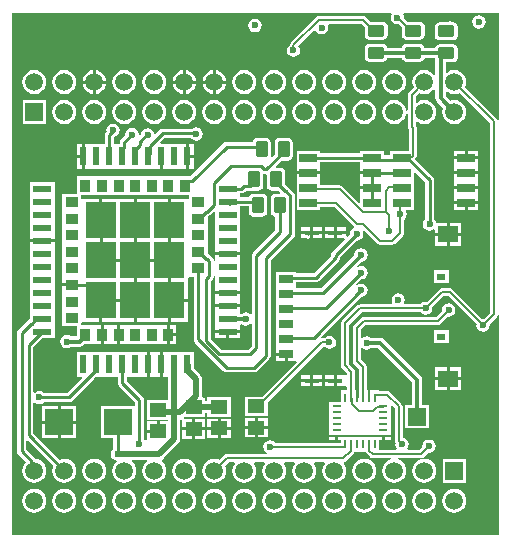
<source format=gbl>
G04*
G04 #@! TF.GenerationSoftware,Altium Limited,Altium Designer,22.0.2 (36)*
G04*
G04 Layer_Physical_Order=4*
G04 Layer_Color=16711680*
%FSLAX25Y25*%
%MOIN*%
G70*
G04*
G04 #@! TF.SameCoordinates,E5DF6677-F1A3-40F0-8D4B-31E310C81F74*
G04*
G04*
G04 #@! TF.FilePolarity,Positive*
G04*
G01*
G75*
%ADD12C,0.01000*%
%ADD16R,0.05709X0.04528*%
%ADD25C,0.00600*%
%ADD27C,0.01373*%
%ADD28C,0.05906*%
%ADD29R,0.05906X0.05906*%
%ADD30R,0.05906X0.05906*%
%ADD31C,0.01968*%
%ADD32C,0.02362*%
G04:AMPARAMS|DCode=34|XSize=39.37mil|YSize=55.91mil|CornerRadius=4.92mil|HoleSize=0mil|Usage=FLASHONLY|Rotation=90.000|XOffset=0mil|YOffset=0mil|HoleType=Round|Shape=RoundedRectangle|*
%AMROUNDEDRECTD34*
21,1,0.03937,0.04606,0,0,90.0*
21,1,0.02953,0.05591,0,0,90.0*
1,1,0.00984,0.02303,0.01476*
1,1,0.00984,0.02303,-0.01476*
1,1,0.00984,-0.02303,-0.01476*
1,1,0.00984,-0.02303,0.01476*
%
%ADD34ROUNDEDRECTD34*%
%ADD35R,0.03150X0.02126*%
%ADD36R,0.05118X0.01772*%
%ADD37R,0.06693X0.05512*%
%ADD38R,0.04528X0.02559*%
%ADD39R,0.10236X0.12205*%
%ADD40R,0.03543X0.04331*%
%ADD41R,0.04331X0.03543*%
%ADD42R,0.02362X0.06299*%
%ADD43R,0.06299X0.02362*%
%ADD44R,0.01024X0.03110*%
%ADD45R,0.03110X0.01024*%
G04:AMPARAMS|DCode=46|XSize=39.37mil|YSize=55.91mil|CornerRadius=4.92mil|HoleSize=0mil|Usage=FLASHONLY|Rotation=0.000|XOffset=0mil|YOffset=0mil|HoleType=Round|Shape=RoundedRectangle|*
%AMROUNDEDRECTD46*
21,1,0.03937,0.04606,0,0,0.0*
21,1,0.02953,0.05591,0,0,0.0*
1,1,0.00984,0.01476,-0.02303*
1,1,0.00984,-0.01476,-0.02303*
1,1,0.00984,-0.01476,0.02303*
1,1,0.00984,0.01476,0.02303*
%
%ADD46ROUNDEDRECTD46*%
%ADD47R,0.09331X0.08780*%
%ADD48R,0.05906X0.02559*%
%ADD49C,0.02000*%
G36*
X163825Y139741D02*
X163325Y139692D01*
X163284Y139896D01*
X162997Y140326D01*
X152523Y150800D01*
X152800Y151468D01*
X152936Y152500D01*
X152800Y153532D01*
X152401Y154493D01*
X151768Y155319D01*
X150942Y155953D01*
X149981Y156351D01*
X148949Y156487D01*
X147917Y156351D01*
X146955Y155953D01*
X146529Y155626D01*
X146029Y155872D01*
Y159030D01*
X148563D01*
X149145Y159146D01*
X149639Y159475D01*
X149969Y159969D01*
X150084Y160551D01*
Y163504D01*
X149969Y164086D01*
X149639Y164580D01*
X149145Y164910D01*
X148563Y165025D01*
X143957D01*
X143375Y164910D01*
X142881Y164580D01*
X142551Y164086D01*
X142507Y163865D01*
X139036D01*
X138945Y164322D01*
X138615Y164816D01*
X138122Y165146D01*
X137539Y165261D01*
X132933D01*
X132351Y165146D01*
X131857Y164816D01*
X131527Y164322D01*
X131437Y163865D01*
X126634D01*
X126543Y164322D01*
X126214Y164816D01*
X125720Y165146D01*
X125138Y165261D01*
X120531D01*
X119949Y165146D01*
X119456Y164816D01*
X119126Y164322D01*
X119010Y163740D01*
Y160787D01*
X119126Y160205D01*
X119456Y159712D01*
X119949Y159382D01*
X120531Y159266D01*
X125138D01*
X125720Y159382D01*
X126214Y159712D01*
X126543Y160205D01*
X126587Y160426D01*
X131484D01*
X131527Y160205D01*
X131857Y159712D01*
X132351Y159382D01*
X132933Y159266D01*
X137539D01*
X138122Y159382D01*
X138615Y159712D01*
X138945Y160205D01*
X138989Y160426D01*
X142460D01*
X142551Y159969D01*
X142590Y159911D01*
Y155069D01*
X142090Y154900D01*
X141768Y155319D01*
X140942Y155953D01*
X139981Y156351D01*
X138949Y156487D01*
X137917Y156351D01*
X136955Y155953D01*
X136130Y155319D01*
X135496Y154493D01*
X135098Y153532D01*
X134962Y152500D01*
X135098Y151468D01*
X135374Y150800D01*
X133759Y149185D01*
X133472Y148755D01*
X133371Y148247D01*
Y143027D01*
X132871Y142994D01*
X132800Y143532D01*
X132402Y144493D01*
X131768Y145319D01*
X130942Y145953D01*
X129981Y146351D01*
X128949Y146487D01*
X127917Y146351D01*
X126955Y145953D01*
X126130Y145319D01*
X125496Y144493D01*
X125098Y143532D01*
X124962Y142500D01*
X125098Y141468D01*
X125496Y140507D01*
X126130Y139681D01*
X126955Y139047D01*
X127917Y138649D01*
X128949Y138513D01*
X129981Y138649D01*
X130942Y139047D01*
X131768Y139681D01*
X132402Y140507D01*
X132800Y141468D01*
X132871Y142006D01*
X133371Y141973D01*
Y137523D01*
X133472Y137016D01*
X133675Y136712D01*
Y129477D01*
X127603D01*
Y128126D01*
X125508D01*
Y129563D01*
X117602D01*
Y128813D01*
X104248D01*
Y129563D01*
X96342D01*
Y125063D01*
X96342Y125004D01*
Y124563D01*
X96342Y124504D01*
Y122784D01*
X100295D01*
X104248D01*
Y124504D01*
X104248Y124563D01*
Y125004D01*
X104248Y125063D01*
Y125754D01*
X117602D01*
Y125004D01*
X117602D01*
Y124563D01*
X117602D01*
Y122784D01*
X121555D01*
Y121783D01*
X117602D01*
Y120004D01*
X117602D01*
Y119563D01*
X117602D01*
Y117783D01*
X121555D01*
Y116783D01*
X117602D01*
Y115004D01*
X117602D01*
Y114563D01*
X117602D01*
Y112398D01*
X117140Y112207D01*
X111717Y117630D01*
X111287Y117918D01*
X110780Y118018D01*
X104248D01*
Y119504D01*
X104248Y119563D01*
Y120004D01*
X104248Y120063D01*
Y121783D01*
X100295D01*
X96342D01*
Y120063D01*
X96342Y120004D01*
Y119563D01*
X96342Y119504D01*
Y115004D01*
X96342D01*
Y114563D01*
X96342D01*
Y110004D01*
X104248D01*
Y110958D01*
X108920D01*
X115500Y104378D01*
X115545Y104347D01*
X115488Y103826D01*
X114766Y103344D01*
X114284Y102623D01*
X114115Y101772D01*
X114125Y101721D01*
X113319Y100915D01*
X112819Y101122D01*
Y101835D01*
X109760D01*
Y100449D01*
X112146D01*
X112353Y99949D01*
X108286Y95882D01*
X107955Y95386D01*
X107838Y94801D01*
Y94647D01*
X102024Y88832D01*
X96106D01*
Y89083D01*
X89579D01*
Y84583D01*
X89579Y84524D01*
Y84083D01*
X89579Y84024D01*
Y79583D01*
X89579Y79524D01*
Y79083D01*
X89579Y79024D01*
Y74583D01*
X89579Y74524D01*
Y74083D01*
X89579Y74024D01*
Y69583D01*
X89579Y69524D01*
Y69083D01*
X89579Y69024D01*
Y64583D01*
X89579Y64524D01*
Y64083D01*
X89579Y64024D01*
Y62303D01*
X92843D01*
Y61803D01*
X93343D01*
Y59524D01*
X96017D01*
X96307Y59107D01*
X84854Y47654D01*
X79020D01*
Y41126D01*
X86728D01*
Y45779D01*
X105116Y64166D01*
X105711Y64175D01*
X106432Y63693D01*
X107283Y63524D01*
X108134Y63693D01*
X108856Y64175D01*
X109338Y64897D01*
X109507Y65748D01*
X109338Y66599D01*
X108856Y67321D01*
X108134Y67803D01*
X107283Y67972D01*
X106432Y67803D01*
X105711Y67321D01*
X105599Y67153D01*
X104902D01*
X104902Y67153D01*
X104856Y67144D01*
X104610Y67605D01*
X117863Y80857D01*
X117913Y80847D01*
X118764Y81016D01*
X119486Y81498D01*
X119968Y82220D01*
X120137Y83071D01*
X119968Y83922D01*
X119486Y84643D01*
X118764Y85125D01*
X117913Y85295D01*
X117062Y85125D01*
X116396Y84680D01*
X116077Y85069D01*
X117799Y86790D01*
X117850Y86780D01*
X118701Y86949D01*
X119422Y87432D01*
X119904Y88153D01*
X120074Y89004D01*
X119904Y89855D01*
X119422Y90576D01*
X118701Y91058D01*
X117850Y91228D01*
X116999Y91058D01*
X116762Y90900D01*
X116443Y91288D01*
X117764Y92610D01*
X117815Y92600D01*
X118666Y92769D01*
X119387Y93251D01*
X119869Y93972D01*
X120039Y94823D01*
X119869Y95674D01*
X119387Y96396D01*
X118666Y96878D01*
X117815Y97047D01*
X116964Y96878D01*
X116243Y96396D01*
X115760Y95674D01*
X115591Y94823D01*
X115601Y94773D01*
X104661Y83833D01*
X96527D01*
X96106Y84083D01*
Y84524D01*
X96106Y84583D01*
Y85774D01*
X102657D01*
X103243Y85890D01*
X103739Y86222D01*
X110449Y92932D01*
X110781Y93428D01*
X110897Y94013D01*
Y94167D01*
X116288Y99558D01*
X116339Y99548D01*
X117190Y99717D01*
X117911Y100199D01*
X118393Y100921D01*
X118562Y101772D01*
X118393Y102623D01*
X118343Y102697D01*
X118732Y103016D01*
X123079Y98669D01*
X123509Y98382D01*
X124016Y98281D01*
X128150D01*
X128657Y98382D01*
X129087Y98669D01*
X131744Y101327D01*
X132032Y101757D01*
X132133Y102264D01*
Y106629D01*
X132380Y106794D01*
X132862Y107515D01*
X133031Y108366D01*
X132862Y109217D01*
X132688Y109477D01*
X132923Y109918D01*
X135509D01*
Y114477D01*
X135509D01*
Y114918D01*
X135509D01*
Y119477D01*
X135509D01*
Y119918D01*
X135509D01*
Y122029D01*
X135971Y122221D01*
X139127Y119064D01*
Y106725D01*
X139084Y106696D01*
X138602Y105974D01*
X138433Y105123D01*
X138602Y104272D01*
X139084Y103551D01*
X139805Y103069D01*
X140656Y102899D01*
X141507Y103069D01*
X142051Y103432D01*
X142551Y103201D01*
Y102185D01*
X146398D01*
Y105441D01*
X142817D01*
X142711Y105974D01*
X142229Y106696D01*
X142186Y106725D01*
Y119698D01*
X142069Y120283D01*
X141738Y120779D01*
X135731Y126786D01*
X135937Y126993D01*
X136225Y127423D01*
X136326Y127930D01*
Y137219D01*
X136225Y137726D01*
X136021Y138030D01*
Y139134D01*
X136521Y139380D01*
X136955Y139047D01*
X137917Y138649D01*
X138949Y138513D01*
X139981Y138649D01*
X140942Y139047D01*
X141768Y139681D01*
X142402Y140507D01*
X142800Y141468D01*
X142936Y142500D01*
X142800Y143532D01*
X142402Y144493D01*
X141768Y145319D01*
X140942Y145953D01*
X139981Y146351D01*
X138949Y146487D01*
X137917Y146351D01*
X136955Y145953D01*
X136521Y145620D01*
X136021Y145866D01*
Y147698D01*
X137249Y148926D01*
X137917Y148649D01*
X138949Y148513D01*
X139981Y148649D01*
X140942Y149047D01*
X141768Y149681D01*
X142090Y150101D01*
X142590Y149931D01*
Y147139D01*
X142590Y147139D01*
X142721Y146481D01*
X143094Y145923D01*
X145211Y143806D01*
X145098Y143532D01*
X144962Y142500D01*
X145098Y141468D01*
X145496Y140507D01*
X146130Y139681D01*
X146955Y139047D01*
X147917Y138649D01*
X148949Y138513D01*
X149981Y138649D01*
X150942Y139047D01*
X151768Y139681D01*
X152401Y140507D01*
X152800Y141468D01*
X152936Y142500D01*
X152800Y143532D01*
X152401Y144493D01*
X151768Y145319D01*
X150942Y145953D01*
X149981Y146351D01*
X148949Y146487D01*
X147917Y146351D01*
X147643Y146238D01*
X146029Y147852D01*
Y149128D01*
X146529Y149374D01*
X146955Y149047D01*
X147917Y148649D01*
X148949Y148513D01*
X149981Y148649D01*
X150649Y148926D01*
X160734Y138840D01*
Y75609D01*
X158791Y73666D01*
X158500Y73724D01*
X158209Y73666D01*
X148555Y83319D01*
X148125Y83606D01*
X147618Y83707D01*
X144673D01*
X144166Y83606D01*
X143736Y83319D01*
X139696Y79279D01*
X139404Y79337D01*
X138553Y79167D01*
X137832Y78685D01*
X137667Y78438D01*
X132445D01*
X132209Y78879D01*
X132271Y78972D01*
X132440Y79823D01*
X132271Y80674D01*
X131789Y81395D01*
X131068Y81877D01*
X130217Y82047D01*
X129366Y81877D01*
X128644Y81395D01*
X128162Y80674D01*
X127993Y79823D01*
X128162Y78972D01*
X128224Y78879D01*
X127988Y78438D01*
X117566D01*
X117058Y78337D01*
X116628Y78050D01*
X111563Y72984D01*
X111275Y72554D01*
X111174Y72047D01*
Y58664D01*
X111076Y58169D01*
X111177Y57662D01*
X111464Y57232D01*
X113198Y55498D01*
X113145Y54995D01*
X112819Y54850D01*
X112741Y54850D01*
X109760D01*
Y52965D01*
Y51079D01*
X112741D01*
X112819Y51079D01*
X113242Y50892D01*
Y49779D01*
X111087D01*
Y45902D01*
X107209D01*
Y40909D01*
Y36972D01*
Y35004D01*
X109764D01*
Y34547D01*
X110264D01*
Y33035D01*
X111087D01*
Y32215D01*
X89237D01*
X89073Y32462D01*
X88351Y32944D01*
X87500Y33114D01*
X86649Y32944D01*
X85927Y32462D01*
X85445Y31741D01*
X85276Y30890D01*
X85445Y30039D01*
X85927Y29317D01*
X86450Y28968D01*
X86299Y28468D01*
X73202D01*
X72694Y28367D01*
X72264Y28080D01*
X70649Y26464D01*
X69981Y26741D01*
X68949Y26877D01*
X67917Y26741D01*
X66955Y26342D01*
X66130Y25709D01*
X65496Y24883D01*
X65098Y23922D01*
X64962Y22890D01*
X65098Y21858D01*
X65496Y20896D01*
X66130Y20071D01*
X66955Y19437D01*
X67917Y19039D01*
X68949Y18903D01*
X69981Y19039D01*
X70942Y19437D01*
X71768Y20071D01*
X72401Y20896D01*
X72800Y21858D01*
X72936Y22890D01*
X72800Y23922D01*
X72523Y24590D01*
X73751Y25817D01*
X75582D01*
X75829Y25317D01*
X75496Y24883D01*
X75098Y23922D01*
X74962Y22890D01*
X75098Y21858D01*
X75496Y20896D01*
X76130Y20071D01*
X76955Y19437D01*
X77917Y19039D01*
X78949Y18903D01*
X79981Y19039D01*
X80942Y19437D01*
X81768Y20071D01*
X82402Y20896D01*
X82800Y21858D01*
X82936Y22890D01*
X82800Y23922D01*
X82402Y24883D01*
X82069Y25317D01*
X82315Y25817D01*
X85582D01*
X85829Y25317D01*
X85496Y24883D01*
X85098Y23922D01*
X84962Y22890D01*
X85098Y21858D01*
X85496Y20896D01*
X86130Y20071D01*
X86955Y19437D01*
X87917Y19039D01*
X88949Y18903D01*
X89981Y19039D01*
X90942Y19437D01*
X91768Y20071D01*
X92401Y20896D01*
X92800Y21858D01*
X92936Y22890D01*
X92800Y23922D01*
X92401Y24883D01*
X92069Y25317D01*
X92315Y25817D01*
X95582D01*
X95829Y25317D01*
X95496Y24883D01*
X95098Y23922D01*
X94962Y22890D01*
X95098Y21858D01*
X95496Y20896D01*
X96130Y20071D01*
X96955Y19437D01*
X97917Y19039D01*
X98949Y18903D01*
X99981Y19039D01*
X100942Y19437D01*
X101768Y20071D01*
X102401Y20896D01*
X102800Y21858D01*
X102936Y22890D01*
X102800Y23922D01*
X102401Y24883D01*
X102069Y25317D01*
X102315Y25817D01*
X105582D01*
X105829Y25317D01*
X105496Y24883D01*
X105098Y23922D01*
X104962Y22890D01*
X105098Y21858D01*
X105496Y20896D01*
X106130Y20071D01*
X106955Y19437D01*
X107917Y19039D01*
X108949Y18903D01*
X109981Y19039D01*
X110942Y19437D01*
X111768Y20071D01*
X112401Y20896D01*
X112800Y21858D01*
X112936Y22890D01*
X112800Y23922D01*
X112401Y24883D01*
X112057Y25332D01*
X112265Y25883D01*
X112441Y25918D01*
X112871Y26205D01*
X115348Y28682D01*
X115635Y29112D01*
X115644Y29158D01*
X119395D01*
X119405Y29112D01*
X119692Y28682D01*
X120768Y27606D01*
X121198Y27319D01*
X121705Y27218D01*
X127819D01*
X127917Y26741D01*
X126955Y26342D01*
X126130Y25709D01*
X125496Y24883D01*
X125098Y23922D01*
X124962Y22890D01*
X125098Y21858D01*
X125496Y20896D01*
X126130Y20071D01*
X126955Y19437D01*
X127917Y19039D01*
X128949Y18903D01*
X129981Y19039D01*
X130942Y19437D01*
X131768Y20071D01*
X132402Y20896D01*
X132800Y21858D01*
X132936Y22890D01*
X132800Y23922D01*
X132402Y24883D01*
X131768Y25709D01*
X130942Y26342D01*
X129981Y26741D01*
X130078Y27218D01*
X137762D01*
X137819Y27218D01*
X137917Y26741D01*
X137844Y26711D01*
X136955Y26342D01*
X136130Y25709D01*
X135496Y24883D01*
X135098Y23922D01*
X134962Y22890D01*
X135098Y21858D01*
X135496Y20896D01*
X136130Y20071D01*
X136955Y19437D01*
X137917Y19039D01*
X138949Y18903D01*
X139981Y19039D01*
X140942Y19437D01*
X141768Y20071D01*
X142402Y20896D01*
X142800Y21858D01*
X142936Y22890D01*
X142800Y23922D01*
X142402Y24883D01*
X141768Y25709D01*
X140942Y26342D01*
X139981Y26741D01*
X138949Y26877D01*
X138400Y26804D01*
X138335Y26796D01*
X138253Y27289D01*
X138401Y27319D01*
X138831Y27606D01*
X140161Y28936D01*
X140453Y28879D01*
X141304Y29048D01*
X142025Y29530D01*
X142507Y30251D01*
X142677Y31102D01*
X142507Y31953D01*
X142025Y32675D01*
X141304Y33157D01*
X140453Y33326D01*
X139602Y33157D01*
X138880Y32675D01*
X138398Y31953D01*
X138229Y31102D01*
X138287Y30811D01*
X137345Y29869D01*
X133416D01*
X133180Y30369D01*
X133538Y30906D01*
X133707Y31756D01*
X133538Y32607D01*
X133056Y33329D01*
X132335Y33811D01*
X131640Y33949D01*
Y44390D01*
X131539Y44897D01*
X131252Y45327D01*
X127515Y49064D01*
X127085Y49351D01*
X126578Y49452D01*
X123953D01*
Y49779D01*
X120929D01*
Y47224D01*
X120016D01*
Y49779D01*
X119829D01*
Y57396D01*
X119729Y57903D01*
X119441Y58333D01*
X117762Y60012D01*
Y63818D01*
X118263Y63944D01*
X118932Y63497D01*
X119783Y63327D01*
X120634Y63497D01*
X121136Y63832D01*
X123402D01*
X134780Y52453D01*
Y44953D01*
X132547D01*
Y37047D01*
X140453D01*
Y44953D01*
X138220D01*
Y53165D01*
X138089Y53823D01*
X137716Y54381D01*
X137716Y54381D01*
X125330Y66767D01*
X124772Y67140D01*
X124114Y67271D01*
X124114Y67271D01*
X121136D01*
X120634Y67606D01*
X119783Y67775D01*
X118932Y67606D01*
X118263Y67158D01*
X117762Y67284D01*
Y70033D01*
X119239Y71509D01*
X143335D01*
X143842Y71610D01*
X144272Y71897D01*
X146709Y74334D01*
X147000Y74276D01*
X147851Y74445D01*
X148573Y74928D01*
X149055Y75649D01*
X149224Y76500D01*
X149055Y77351D01*
X148573Y78073D01*
X147851Y78554D01*
X147000Y78724D01*
X146149Y78554D01*
X145428Y78073D01*
X144946Y77351D01*
X144776Y76500D01*
X144834Y76209D01*
X142786Y74160D01*
X118690D01*
X118183Y74059D01*
X117753Y73772D01*
X115500Y71519D01*
X115212Y71089D01*
X115111Y70582D01*
Y59463D01*
X115212Y58956D01*
X115500Y58526D01*
X117178Y56847D01*
Y49779D01*
X116992D01*
Y47224D01*
X116079D01*
Y49779D01*
X115892D01*
Y56004D01*
X115791Y56511D01*
X115504Y56941D01*
X113826Y58620D01*
Y71498D01*
X118115Y75787D01*
X137667D01*
X137832Y75540D01*
X138553Y75058D01*
X139404Y74889D01*
X140255Y75058D01*
X140977Y75540D01*
X141459Y76262D01*
X141628Y77113D01*
X141570Y77404D01*
X145222Y81056D01*
X147069D01*
X156334Y71791D01*
X156276Y71500D01*
X156446Y70649D01*
X156928Y69928D01*
X157649Y69446D01*
X158500Y69276D01*
X159351Y69446D01*
X160073Y69928D01*
X160555Y70649D01*
X160724Y71500D01*
X160666Y71791D01*
X162997Y74122D01*
X163284Y74552D01*
X163325Y74757D01*
X163825Y74708D01*
Y1529D01*
X1529D01*
Y175636D01*
X127845D01*
X128112Y175136D01*
X127867Y174768D01*
X127697Y173917D01*
X127867Y173066D01*
X128349Y172345D01*
X129070Y171863D01*
X129921Y171694D01*
X130377Y171784D01*
X131412Y170749D01*
Y168150D01*
X131527Y167567D01*
X131857Y167074D01*
X132351Y166744D01*
X132933Y166628D01*
X137539D01*
X138122Y166744D01*
X138615Y167074D01*
X138945Y167567D01*
X139061Y168150D01*
Y171102D01*
X138945Y171685D01*
X138615Y172178D01*
X138122Y172508D01*
X137539Y172624D01*
X133286D01*
X132120Y173790D01*
X132145Y173917D01*
X131976Y174768D01*
X131730Y175136D01*
X131997Y175636D01*
X163825D01*
Y139741D01*
D02*
G37*
G36*
X128990Y43841D02*
Y32989D01*
X129090Y32482D01*
X129332Y32120D01*
X129260Y31756D01*
X129429Y30906D01*
X129788Y30369D01*
X129551Y29869D01*
X123953D01*
Y33035D01*
X124776D01*
Y34547D01*
X125276D01*
Y35004D01*
X127831D01*
Y36972D01*
Y40909D01*
Y44346D01*
X128293Y44538D01*
X128990Y43841D01*
D02*
G37*
%LPC*%
G36*
X157087Y174763D02*
X156236Y174594D01*
X155514Y174112D01*
X155032Y173390D01*
X154863Y172539D01*
X155032Y171688D01*
X155514Y170967D01*
X156236Y170485D01*
X157087Y170316D01*
X157938Y170485D01*
X158659Y170967D01*
X159141Y171688D01*
X159310Y172539D01*
X159141Y173390D01*
X158659Y174112D01*
X157938Y174594D01*
X157087Y174763D01*
D02*
G37*
G36*
X82480Y173582D02*
X81629Y173413D01*
X80908Y172931D01*
X80426Y172209D01*
X80256Y171358D01*
X80426Y170507D01*
X80908Y169786D01*
X81629Y169304D01*
X82480Y169134D01*
X83331Y169304D01*
X84053Y169786D01*
X84535Y170507D01*
X84704Y171358D01*
X84535Y172209D01*
X84053Y172931D01*
X83331Y173413D01*
X82480Y173582D01*
D02*
G37*
G36*
X118483Y174476D02*
X103697D01*
X103190Y174375D01*
X102760Y174088D01*
X94338Y165666D01*
X94051Y165236D01*
X93973Y164843D01*
X93703Y164663D01*
X93221Y163942D01*
X93052Y163091D01*
X93221Y162240D01*
X93703Y161518D01*
X94425Y161036D01*
X95276Y160867D01*
X96127Y161036D01*
X96848Y161518D01*
X97330Y162240D01*
X97499Y163091D01*
X97330Y163942D01*
X96943Y164522D01*
X102206Y169785D01*
X102780Y169653D01*
X103152Y169097D01*
X103873Y168615D01*
X104724Y168446D01*
X105575Y168615D01*
X106297Y169097D01*
X106779Y169818D01*
X106948Y170669D01*
X106818Y171325D01*
X107131Y171825D01*
X117934D01*
X119010Y170749D01*
Y168150D01*
X119126Y167567D01*
X119456Y167074D01*
X119949Y166744D01*
X120531Y166628D01*
X125138D01*
X125720Y166744D01*
X126214Y167074D01*
X126543Y167567D01*
X126659Y168150D01*
Y171102D01*
X126543Y171685D01*
X126214Y172178D01*
X125720Y172508D01*
X125138Y172624D01*
X120885D01*
X119421Y174088D01*
X118991Y174375D01*
X118483Y174476D01*
D02*
G37*
G36*
X147474Y172696D02*
X146623Y172527D01*
X146414Y172388D01*
X143957D01*
X143375Y172272D01*
X142881Y171942D01*
X142551Y171448D01*
X142435Y170866D01*
Y167913D01*
X142551Y167331D01*
X142881Y166838D01*
X143375Y166508D01*
X143957Y166392D01*
X148563D01*
X149145Y166508D01*
X149639Y166838D01*
X149969Y167331D01*
X150084Y167913D01*
Y170866D01*
X149969Y171448D01*
X149639Y171942D01*
X149145Y172272D01*
X148563Y172388D01*
X148534D01*
X148325Y172527D01*
X147474Y172696D01*
D02*
G37*
G36*
X69449Y156421D02*
Y153000D01*
X72870D01*
X72800Y153532D01*
X72401Y154493D01*
X71768Y155319D01*
X70942Y155953D01*
X69981Y156351D01*
X69449Y156421D01*
D02*
G37*
G36*
X68449D02*
X67917Y156351D01*
X66955Y155953D01*
X66130Y155319D01*
X65496Y154493D01*
X65098Y153532D01*
X65028Y153000D01*
X68449D01*
Y156421D01*
D02*
G37*
G36*
X59449D02*
Y153000D01*
X62870D01*
X62800Y153532D01*
X62401Y154493D01*
X61768Y155319D01*
X60942Y155953D01*
X59981Y156351D01*
X59449Y156421D01*
D02*
G37*
G36*
X58449D02*
X57917Y156351D01*
X56955Y155953D01*
X56130Y155319D01*
X55496Y154493D01*
X55098Y153532D01*
X55028Y153000D01*
X58449D01*
Y156421D01*
D02*
G37*
G36*
X29449D02*
Y153000D01*
X32870D01*
X32800Y153532D01*
X32401Y154493D01*
X31768Y155319D01*
X30942Y155953D01*
X29981Y156351D01*
X29449Y156421D01*
D02*
G37*
G36*
X28449D02*
X27917Y156351D01*
X26955Y155953D01*
X26130Y155319D01*
X25496Y154493D01*
X25098Y153532D01*
X25028Y153000D01*
X28449D01*
Y156421D01*
D02*
G37*
G36*
X72870Y152000D02*
X69449D01*
Y148579D01*
X69981Y148649D01*
X70942Y149047D01*
X71768Y149681D01*
X72401Y150507D01*
X72800Y151468D01*
X72870Y152000D01*
D02*
G37*
G36*
X68449D02*
X65028D01*
X65098Y151468D01*
X65496Y150507D01*
X66130Y149681D01*
X66955Y149047D01*
X67917Y148649D01*
X68449Y148579D01*
Y152000D01*
D02*
G37*
G36*
X62870D02*
X59449D01*
Y148579D01*
X59981Y148649D01*
X60942Y149047D01*
X61768Y149681D01*
X62401Y150507D01*
X62800Y151468D01*
X62870Y152000D01*
D02*
G37*
G36*
X58449D02*
X55028D01*
X55098Y151468D01*
X55496Y150507D01*
X56130Y149681D01*
X56955Y149047D01*
X57917Y148649D01*
X58449Y148579D01*
Y152000D01*
D02*
G37*
G36*
X32870D02*
X29449D01*
Y148579D01*
X29981Y148649D01*
X30942Y149047D01*
X31768Y149681D01*
X32401Y150507D01*
X32800Y151468D01*
X32870Y152000D01*
D02*
G37*
G36*
X28449D02*
X25028D01*
X25098Y151468D01*
X25496Y150507D01*
X26130Y149681D01*
X26955Y149047D01*
X27917Y148649D01*
X28449Y148579D01*
Y152000D01*
D02*
G37*
G36*
X128949Y156487D02*
X127917Y156351D01*
X126955Y155953D01*
X126130Y155319D01*
X125496Y154493D01*
X125098Y153532D01*
X124962Y152500D01*
X125098Y151468D01*
X125496Y150507D01*
X126130Y149681D01*
X126955Y149047D01*
X127917Y148649D01*
X128949Y148513D01*
X129981Y148649D01*
X130942Y149047D01*
X131768Y149681D01*
X132402Y150507D01*
X132800Y151468D01*
X132936Y152500D01*
X132800Y153532D01*
X132402Y154493D01*
X131768Y155319D01*
X130942Y155953D01*
X129981Y156351D01*
X128949Y156487D01*
D02*
G37*
G36*
X118949D02*
X117917Y156351D01*
X116955Y155953D01*
X116130Y155319D01*
X115496Y154493D01*
X115098Y153532D01*
X114962Y152500D01*
X115098Y151468D01*
X115496Y150507D01*
X116130Y149681D01*
X116955Y149047D01*
X117917Y148649D01*
X118949Y148513D01*
X119981Y148649D01*
X120942Y149047D01*
X121768Y149681D01*
X122401Y150507D01*
X122800Y151468D01*
X122936Y152500D01*
X122800Y153532D01*
X122401Y154493D01*
X121768Y155319D01*
X120942Y155953D01*
X119981Y156351D01*
X118949Y156487D01*
D02*
G37*
G36*
X108949D02*
X107917Y156351D01*
X106955Y155953D01*
X106130Y155319D01*
X105496Y154493D01*
X105098Y153532D01*
X104962Y152500D01*
X105098Y151468D01*
X105496Y150507D01*
X106130Y149681D01*
X106955Y149047D01*
X107917Y148649D01*
X108949Y148513D01*
X109981Y148649D01*
X110942Y149047D01*
X111768Y149681D01*
X112401Y150507D01*
X112800Y151468D01*
X112936Y152500D01*
X112800Y153532D01*
X112401Y154493D01*
X111768Y155319D01*
X110942Y155953D01*
X109981Y156351D01*
X108949Y156487D01*
D02*
G37*
G36*
X98949D02*
X97917Y156351D01*
X96955Y155953D01*
X96130Y155319D01*
X95496Y154493D01*
X95098Y153532D01*
X94962Y152500D01*
X95098Y151468D01*
X95496Y150507D01*
X96130Y149681D01*
X96955Y149047D01*
X97917Y148649D01*
X98949Y148513D01*
X99981Y148649D01*
X100942Y149047D01*
X101768Y149681D01*
X102401Y150507D01*
X102800Y151468D01*
X102936Y152500D01*
X102800Y153532D01*
X102401Y154493D01*
X101768Y155319D01*
X100942Y155953D01*
X99981Y156351D01*
X98949Y156487D01*
D02*
G37*
G36*
X88949D02*
X87917Y156351D01*
X86955Y155953D01*
X86130Y155319D01*
X85496Y154493D01*
X85098Y153532D01*
X84962Y152500D01*
X85098Y151468D01*
X85496Y150507D01*
X86130Y149681D01*
X86955Y149047D01*
X87917Y148649D01*
X88949Y148513D01*
X89981Y148649D01*
X90942Y149047D01*
X91768Y149681D01*
X92401Y150507D01*
X92800Y151468D01*
X92936Y152500D01*
X92800Y153532D01*
X92401Y154493D01*
X91768Y155319D01*
X90942Y155953D01*
X89981Y156351D01*
X88949Y156487D01*
D02*
G37*
G36*
X78949D02*
X77917Y156351D01*
X76955Y155953D01*
X76130Y155319D01*
X75496Y154493D01*
X75098Y153532D01*
X74962Y152500D01*
X75098Y151468D01*
X75496Y150507D01*
X76130Y149681D01*
X76955Y149047D01*
X77917Y148649D01*
X78949Y148513D01*
X79981Y148649D01*
X80942Y149047D01*
X81768Y149681D01*
X82402Y150507D01*
X82800Y151468D01*
X82936Y152500D01*
X82800Y153532D01*
X82402Y154493D01*
X81768Y155319D01*
X80942Y155953D01*
X79981Y156351D01*
X78949Y156487D01*
D02*
G37*
G36*
X48949D02*
X47917Y156351D01*
X46955Y155953D01*
X46130Y155319D01*
X45496Y154493D01*
X45098Y153532D01*
X44962Y152500D01*
X45098Y151468D01*
X45496Y150507D01*
X46130Y149681D01*
X46955Y149047D01*
X47917Y148649D01*
X48949Y148513D01*
X49981Y148649D01*
X50942Y149047D01*
X51768Y149681D01*
X52402Y150507D01*
X52800Y151468D01*
X52936Y152500D01*
X52800Y153532D01*
X52402Y154493D01*
X51768Y155319D01*
X50942Y155953D01*
X49981Y156351D01*
X48949Y156487D01*
D02*
G37*
G36*
X38949D02*
X37917Y156351D01*
X36955Y155953D01*
X36130Y155319D01*
X35496Y154493D01*
X35098Y153532D01*
X34962Y152500D01*
X35098Y151468D01*
X35496Y150507D01*
X36130Y149681D01*
X36955Y149047D01*
X37917Y148649D01*
X38949Y148513D01*
X39981Y148649D01*
X40942Y149047D01*
X41768Y149681D01*
X42401Y150507D01*
X42800Y151468D01*
X42936Y152500D01*
X42800Y153532D01*
X42401Y154493D01*
X41768Y155319D01*
X40942Y155953D01*
X39981Y156351D01*
X38949Y156487D01*
D02*
G37*
G36*
X18949D02*
X17917Y156351D01*
X16955Y155953D01*
X16130Y155319D01*
X15496Y154493D01*
X15098Y153532D01*
X14962Y152500D01*
X15098Y151468D01*
X15496Y150507D01*
X16130Y149681D01*
X16955Y149047D01*
X17917Y148649D01*
X18949Y148513D01*
X19981Y148649D01*
X20942Y149047D01*
X21768Y149681D01*
X22401Y150507D01*
X22800Y151468D01*
X22936Y152500D01*
X22800Y153532D01*
X22401Y154493D01*
X21768Y155319D01*
X20942Y155953D01*
X19981Y156351D01*
X18949Y156487D01*
D02*
G37*
G36*
X8949D02*
X7917Y156351D01*
X6955Y155953D01*
X6130Y155319D01*
X5496Y154493D01*
X5098Y153532D01*
X4962Y152500D01*
X5098Y151468D01*
X5496Y150507D01*
X6130Y149681D01*
X6955Y149047D01*
X7917Y148649D01*
X8949Y148513D01*
X9981Y148649D01*
X10942Y149047D01*
X11768Y149681D01*
X12402Y150507D01*
X12800Y151468D01*
X12936Y152500D01*
X12800Y153532D01*
X12402Y154493D01*
X11768Y155319D01*
X10942Y155953D01*
X9981Y156351D01*
X8949Y156487D01*
D02*
G37*
G36*
X12902Y146453D02*
X4996D01*
Y138547D01*
X12902D01*
Y146453D01*
D02*
G37*
G36*
X118949Y146487D02*
X117917Y146351D01*
X116955Y145953D01*
X116130Y145319D01*
X115496Y144493D01*
X115098Y143532D01*
X114962Y142500D01*
X115098Y141468D01*
X115496Y140507D01*
X116130Y139681D01*
X116955Y139047D01*
X117917Y138649D01*
X118949Y138513D01*
X119981Y138649D01*
X120942Y139047D01*
X121768Y139681D01*
X122401Y140507D01*
X122800Y141468D01*
X122936Y142500D01*
X122800Y143532D01*
X122401Y144493D01*
X121768Y145319D01*
X120942Y145953D01*
X119981Y146351D01*
X118949Y146487D01*
D02*
G37*
G36*
X108949D02*
X107917Y146351D01*
X106955Y145953D01*
X106130Y145319D01*
X105496Y144493D01*
X105098Y143532D01*
X104962Y142500D01*
X105098Y141468D01*
X105496Y140507D01*
X106130Y139681D01*
X106955Y139047D01*
X107917Y138649D01*
X108949Y138513D01*
X109981Y138649D01*
X110942Y139047D01*
X111768Y139681D01*
X112401Y140507D01*
X112800Y141468D01*
X112936Y142500D01*
X112800Y143532D01*
X112401Y144493D01*
X111768Y145319D01*
X110942Y145953D01*
X109981Y146351D01*
X108949Y146487D01*
D02*
G37*
G36*
X98949D02*
X97917Y146351D01*
X96955Y145953D01*
X96130Y145319D01*
X95496Y144493D01*
X95098Y143532D01*
X94962Y142500D01*
X95098Y141468D01*
X95496Y140507D01*
X96130Y139681D01*
X96955Y139047D01*
X97917Y138649D01*
X98949Y138513D01*
X99981Y138649D01*
X100942Y139047D01*
X101768Y139681D01*
X102401Y140507D01*
X102800Y141468D01*
X102936Y142500D01*
X102800Y143532D01*
X102401Y144493D01*
X101768Y145319D01*
X100942Y145953D01*
X99981Y146351D01*
X98949Y146487D01*
D02*
G37*
G36*
X88949D02*
X87917Y146351D01*
X86955Y145953D01*
X86130Y145319D01*
X85496Y144493D01*
X85098Y143532D01*
X84962Y142500D01*
X85098Y141468D01*
X85496Y140507D01*
X86130Y139681D01*
X86955Y139047D01*
X87917Y138649D01*
X88949Y138513D01*
X89981Y138649D01*
X90942Y139047D01*
X91768Y139681D01*
X92401Y140507D01*
X92800Y141468D01*
X92936Y142500D01*
X92800Y143532D01*
X92401Y144493D01*
X91768Y145319D01*
X90942Y145953D01*
X89981Y146351D01*
X88949Y146487D01*
D02*
G37*
G36*
X78949D02*
X77917Y146351D01*
X76955Y145953D01*
X76130Y145319D01*
X75496Y144493D01*
X75098Y143532D01*
X74962Y142500D01*
X75098Y141468D01*
X75496Y140507D01*
X76130Y139681D01*
X76955Y139047D01*
X77917Y138649D01*
X78949Y138513D01*
X79981Y138649D01*
X80942Y139047D01*
X81768Y139681D01*
X82402Y140507D01*
X82800Y141468D01*
X82936Y142500D01*
X82800Y143532D01*
X82402Y144493D01*
X81768Y145319D01*
X80942Y145953D01*
X79981Y146351D01*
X78949Y146487D01*
D02*
G37*
G36*
X68949D02*
X67917Y146351D01*
X66955Y145953D01*
X66130Y145319D01*
X65496Y144493D01*
X65098Y143532D01*
X64962Y142500D01*
X65098Y141468D01*
X65496Y140507D01*
X66130Y139681D01*
X66955Y139047D01*
X67917Y138649D01*
X68949Y138513D01*
X69981Y138649D01*
X70942Y139047D01*
X71768Y139681D01*
X72401Y140507D01*
X72800Y141468D01*
X72936Y142500D01*
X72800Y143532D01*
X72401Y144493D01*
X71768Y145319D01*
X70942Y145953D01*
X69981Y146351D01*
X68949Y146487D01*
D02*
G37*
G36*
X58949D02*
X57917Y146351D01*
X56955Y145953D01*
X56130Y145319D01*
X55496Y144493D01*
X55098Y143532D01*
X54962Y142500D01*
X55098Y141468D01*
X55496Y140507D01*
X56130Y139681D01*
X56955Y139047D01*
X57917Y138649D01*
X58949Y138513D01*
X59981Y138649D01*
X60942Y139047D01*
X61768Y139681D01*
X62401Y140507D01*
X62800Y141468D01*
X62936Y142500D01*
X62800Y143532D01*
X62401Y144493D01*
X61768Y145319D01*
X60942Y145953D01*
X59981Y146351D01*
X58949Y146487D01*
D02*
G37*
G36*
X48949D02*
X47917Y146351D01*
X46955Y145953D01*
X46130Y145319D01*
X45496Y144493D01*
X45098Y143532D01*
X44962Y142500D01*
X45098Y141468D01*
X45496Y140507D01*
X46130Y139681D01*
X46955Y139047D01*
X47917Y138649D01*
X48949Y138513D01*
X49981Y138649D01*
X50942Y139047D01*
X51768Y139681D01*
X52402Y140507D01*
X52800Y141468D01*
X52936Y142500D01*
X52800Y143532D01*
X52402Y144493D01*
X51768Y145319D01*
X50942Y145953D01*
X49981Y146351D01*
X48949Y146487D01*
D02*
G37*
G36*
X38949D02*
X37917Y146351D01*
X36955Y145953D01*
X36130Y145319D01*
X35496Y144493D01*
X35098Y143532D01*
X34962Y142500D01*
X35098Y141468D01*
X35496Y140507D01*
X36130Y139681D01*
X36955Y139047D01*
X37917Y138649D01*
X38949Y138513D01*
X39981Y138649D01*
X40942Y139047D01*
X41768Y139681D01*
X42401Y140507D01*
X42800Y141468D01*
X42936Y142500D01*
X42800Y143532D01*
X42401Y144493D01*
X41768Y145319D01*
X40942Y145953D01*
X39981Y146351D01*
X38949Y146487D01*
D02*
G37*
G36*
X28949D02*
X27917Y146351D01*
X26955Y145953D01*
X26130Y145319D01*
X25496Y144493D01*
X25098Y143532D01*
X24962Y142500D01*
X25098Y141468D01*
X25496Y140507D01*
X26130Y139681D01*
X26955Y139047D01*
X27917Y138649D01*
X28949Y138513D01*
X29981Y138649D01*
X30942Y139047D01*
X31768Y139681D01*
X32401Y140507D01*
X32800Y141468D01*
X32936Y142500D01*
X32800Y143532D01*
X32401Y144493D01*
X31768Y145319D01*
X30942Y145953D01*
X29981Y146351D01*
X28949Y146487D01*
D02*
G37*
G36*
X18949D02*
X17917Y146351D01*
X16955Y145953D01*
X16130Y145319D01*
X15496Y144493D01*
X15098Y143532D01*
X14962Y142500D01*
X15098Y141468D01*
X15496Y140507D01*
X16130Y139681D01*
X16955Y139047D01*
X17917Y138649D01*
X18949Y138513D01*
X19981Y138649D01*
X20942Y139047D01*
X21768Y139681D01*
X22401Y140507D01*
X22800Y141468D01*
X22936Y142500D01*
X22800Y143532D01*
X22401Y144493D01*
X21768Y145319D01*
X20942Y145953D01*
X19981Y146351D01*
X18949Y146487D01*
D02*
G37*
G36*
X35138Y138641D02*
X34287Y138472D01*
X33565Y137990D01*
X33083Y137268D01*
X32914Y136417D01*
X32985Y136059D01*
X32758Y135831D01*
X32426Y135335D01*
X32310Y134750D01*
Y131910D01*
X25677D01*
Y127760D01*
Y123610D01*
X50661D01*
Y127760D01*
X51661D01*
Y123610D01*
X59323D01*
Y127760D01*
Y131910D01*
X51072D01*
X50881Y132371D01*
X52321Y133812D01*
X61156D01*
X61321Y133565D01*
X62043Y133083D01*
X62894Y132914D01*
X63745Y133083D01*
X64466Y133565D01*
X64948Y134287D01*
X65118Y135138D01*
X64948Y135989D01*
X64466Y136710D01*
X63745Y137192D01*
X62894Y137362D01*
X62043Y137192D01*
X61561Y136871D01*
X51688D01*
X51103Y136754D01*
X50607Y136423D01*
X49327Y135143D01*
X48785Y135308D01*
X48708Y135694D01*
X48226Y136415D01*
X47505Y136897D01*
X46654Y137066D01*
X45803Y136897D01*
X45081Y136415D01*
X44599Y135694D01*
X44480Y135097D01*
X44210Y134924D01*
X44092Y134942D01*
X43697Y135135D01*
X43555Y135851D01*
X43073Y136573D01*
X42351Y137055D01*
X41500Y137224D01*
X40649Y137055D01*
X39928Y136573D01*
X39445Y135851D01*
X39276Y135000D01*
X39286Y134949D01*
X37769Y133431D01*
X37437Y132935D01*
X37321Y132350D01*
Y131910D01*
X35368D01*
Y134116D01*
X35522Y134270D01*
X35989Y134363D01*
X36710Y134845D01*
X37192Y135566D01*
X37362Y136417D01*
X37192Y137268D01*
X36710Y137990D01*
X35989Y138472D01*
X35138Y138641D01*
D02*
G37*
G36*
X62004Y131910D02*
X60323D01*
Y128260D01*
X62004D01*
Y131910D01*
D02*
G37*
G36*
X24677D02*
X22996D01*
Y128260D01*
X24677D01*
Y131910D01*
D02*
G37*
G36*
X156769Y129477D02*
X153316D01*
Y127698D01*
X156769D01*
Y129477D01*
D02*
G37*
G36*
X152316D02*
X148863D01*
Y127698D01*
X152316D01*
Y129477D01*
D02*
G37*
G36*
X93543Y133943D02*
X90591D01*
X90008Y133827D01*
X89515Y133497D01*
X89185Y133003D01*
X89069Y132421D01*
Y128456D01*
X88159Y127546D01*
X87698Y127792D01*
X87703Y127815D01*
Y132421D01*
X87587Y133003D01*
X87257Y133497D01*
X86763Y133827D01*
X86181Y133943D01*
X83228D01*
X82646Y133827D01*
X82153Y133497D01*
X81823Y133003D01*
X81729Y132529D01*
X73000D01*
X72415Y132413D01*
X71919Y132081D01*
X60920Y121082D01*
X23193D01*
Y115176D01*
X18271D01*
Y109634D01*
Y104122D01*
Y98611D01*
Y93098D01*
Y87586D01*
Y85346D01*
X21437D01*
Y84346D01*
X18271D01*
Y82074D01*
Y76562D01*
Y71052D01*
X23193D01*
Y67720D01*
X21128D01*
X20627Y68054D01*
X19776Y68224D01*
X18925Y68054D01*
X18203Y67572D01*
X17721Y66851D01*
X17552Y66000D01*
X17721Y65149D01*
X18203Y64428D01*
X18925Y63946D01*
X19776Y63776D01*
X20627Y63946D01*
X21128Y64280D01*
X24076D01*
X24076Y64280D01*
X24734Y64411D01*
X25292Y64784D01*
X25653Y65145D01*
X30976D01*
Y68311D01*
Y71477D01*
X24602D01*
Y72294D01*
X24965Y72625D01*
X30583D01*
Y79728D01*
X31583D01*
Y72625D01*
X42000D01*
Y79728D01*
X43000D01*
Y72625D01*
X48618D01*
Y72626D01*
X53417D01*
Y79728D01*
X53917D01*
Y80228D01*
X60035D01*
Y86011D01*
Y87254D01*
X60397Y87586D01*
X62034D01*
Y66752D01*
X62150Y66167D01*
X62482Y65671D01*
X71909Y56243D01*
X72405Y55911D01*
X72991Y55795D01*
X82226D01*
X82811Y55911D01*
X83307Y56243D01*
X87302Y60237D01*
X87633Y60734D01*
X87750Y61319D01*
Y93166D01*
X95337Y100753D01*
X95669Y101249D01*
X95785Y101835D01*
Y114546D01*
X95669Y115131D01*
X95337Y115627D01*
X93718Y117246D01*
X93593Y117330D01*
X92506Y118417D01*
Y122382D01*
X92390Y122964D01*
X92060Y123458D01*
X91566Y123787D01*
X90984Y123903D01*
X89495D01*
X89304Y124365D01*
X91232Y126294D01*
X93543D01*
X94125Y126409D01*
X94619Y126739D01*
X94949Y127233D01*
X95065Y127815D01*
Y132421D01*
X94949Y133003D01*
X94619Y133497D01*
X94125Y133827D01*
X93543Y133943D01*
D02*
G37*
G36*
X62004Y127260D02*
X60323D01*
Y123610D01*
X62004D01*
Y127260D01*
D02*
G37*
G36*
X24677D02*
X22996D01*
Y123610D01*
X24677D01*
Y127260D01*
D02*
G37*
G36*
X156769Y126698D02*
X152816D01*
X148863D01*
Y124977D01*
X148863Y124918D01*
Y124477D01*
X148863Y124418D01*
Y122698D01*
X152816D01*
X156769D01*
Y124418D01*
X156769Y124477D01*
Y124918D01*
X156769Y124977D01*
Y126698D01*
D02*
G37*
G36*
Y121698D02*
X152816D01*
X148863D01*
Y119977D01*
X148863Y119918D01*
Y119477D01*
X148863Y119418D01*
Y117698D01*
X152816D01*
X156769D01*
Y119418D01*
X156769Y119477D01*
Y119918D01*
X156769Y119977D01*
Y121698D01*
D02*
G37*
G36*
Y116698D02*
X152816D01*
X148863D01*
Y114977D01*
X148863Y114918D01*
Y114477D01*
X148863Y114418D01*
Y112698D01*
X152816D01*
X156769D01*
Y114418D01*
X156769Y114477D01*
Y114918D01*
X156769Y114977D01*
Y116698D01*
D02*
G37*
G36*
Y111698D02*
X153316D01*
Y109918D01*
X156769D01*
Y111698D01*
D02*
G37*
G36*
X152316D02*
X148863D01*
Y109918D01*
X152316D01*
Y111698D01*
D02*
G37*
G36*
X112819Y104220D02*
X109760D01*
Y102835D01*
X112819D01*
Y104220D01*
D02*
G37*
G36*
X108760D02*
X105701D01*
Y102835D01*
X108760D01*
Y104220D01*
D02*
G37*
G36*
X104945D02*
X101886D01*
Y102835D01*
X104945D01*
Y104220D01*
D02*
G37*
G36*
X100886D02*
X97827D01*
Y102835D01*
X100886D01*
Y104220D01*
D02*
G37*
G36*
X151244Y105441D02*
X147398D01*
Y102185D01*
X151244D01*
Y105441D01*
D02*
G37*
G36*
X108760Y101835D02*
X105701D01*
Y100449D01*
X108760D01*
Y101835D01*
D02*
G37*
G36*
X104945D02*
X101886D01*
Y100449D01*
X104945D01*
Y101835D01*
D02*
G37*
G36*
X100886D02*
X97827D01*
Y100449D01*
X99591D01*
X99702Y100374D01*
X100287Y100258D01*
X100873Y100374D01*
X100886Y100383D01*
Y101835D01*
D02*
G37*
G36*
X15743Y119114D02*
X7445D01*
Y114752D01*
Y110421D01*
Y106090D01*
Y101760D01*
Y100110D01*
X15743D01*
Y101760D01*
Y106090D01*
Y110421D01*
Y114752D01*
Y119114D01*
D02*
G37*
G36*
X151244Y101185D02*
X147398D01*
Y97929D01*
X151244D01*
Y101185D01*
D02*
G37*
G36*
X146398D02*
X142551D01*
Y97929D01*
X146398D01*
Y101185D01*
D02*
G37*
G36*
X147189Y89713D02*
X142039D01*
Y85587D01*
X147189D01*
Y89713D01*
D02*
G37*
G36*
X60035Y79228D02*
X54417D01*
Y72626D01*
X60035D01*
Y79228D01*
D02*
G37*
G36*
X56296Y71477D02*
X54024D01*
Y68811D01*
X56296D01*
Y71477D01*
D02*
G37*
G36*
X147189Y69713D02*
X142039D01*
Y65587D01*
X147189D01*
Y69713D01*
D02*
G37*
G36*
X56296Y67811D02*
X54024D01*
Y65145D01*
X56296D01*
Y67811D01*
D02*
G37*
G36*
X53024Y71477D02*
X37488D01*
Y68311D01*
Y65145D01*
X53024D01*
Y68311D01*
Y71477D01*
D02*
G37*
G36*
X36488D02*
X31976D01*
Y68311D01*
Y65145D01*
X36488D01*
Y68311D01*
Y71477D01*
D02*
G37*
G36*
X92343Y61303D02*
X89579D01*
Y59524D01*
X92343D01*
Y61303D01*
D02*
G37*
G36*
X50661Y62617D02*
X47331D01*
Y58468D01*
Y54318D01*
X50661D01*
Y58468D01*
Y62617D01*
D02*
G37*
G36*
X151244Y57370D02*
X147398D01*
Y54114D01*
X151244D01*
Y57370D01*
D02*
G37*
G36*
X146398D02*
X142551D01*
Y54114D01*
X146398D01*
Y57370D01*
D02*
G37*
G36*
X108760Y54850D02*
X105701D01*
Y53465D01*
X108760D01*
Y54850D01*
D02*
G37*
G36*
X104945D02*
X101886D01*
Y53465D01*
X104945D01*
Y54850D01*
D02*
G37*
G36*
X100886D02*
X97827D01*
Y53465D01*
X100886D01*
Y54850D01*
D02*
G37*
G36*
X104945Y52465D02*
X101886D01*
Y51079D01*
X104945D01*
Y52465D01*
D02*
G37*
G36*
X100886D02*
X97827D01*
Y51079D01*
X100886D01*
Y52465D01*
D02*
G37*
G36*
X108760D02*
X105701D01*
Y51079D01*
X108760D01*
Y52465D01*
D02*
G37*
G36*
X151244Y53114D02*
X147398D01*
Y49858D01*
X151244D01*
Y53114D01*
D02*
G37*
G36*
X146398D02*
X142551D01*
Y49858D01*
X146398D01*
Y53114D01*
D02*
G37*
G36*
X15743Y99110D02*
X7445D01*
Y97429D01*
Y93098D01*
Y88768D01*
Y84437D01*
Y80106D01*
Y75776D01*
Y73608D01*
X7201Y73364D01*
X6742Y73057D01*
X3567Y69883D01*
X3235Y69386D01*
X3119Y68801D01*
Y29352D01*
X3235Y28767D01*
X3567Y28270D01*
X6129Y25708D01*
X5496Y24883D01*
X5098Y23922D01*
X4962Y22890D01*
X5098Y21858D01*
X5496Y20896D01*
X6130Y20071D01*
X6955Y19437D01*
X7917Y19039D01*
X8949Y18903D01*
X9981Y19039D01*
X10942Y19437D01*
X11768Y20071D01*
X12402Y20896D01*
X12800Y21858D01*
X12936Y22890D01*
X12800Y23922D01*
X12402Y24883D01*
X11768Y25709D01*
X10942Y26342D01*
X9981Y26741D01*
X9248Y26837D01*
X9092Y27071D01*
X6178Y29985D01*
Y32845D01*
X6639Y33036D01*
X15290Y24386D01*
X15098Y23922D01*
X14962Y22890D01*
X15098Y21858D01*
X15496Y20896D01*
X16130Y20071D01*
X16955Y19437D01*
X17917Y19039D01*
X18949Y18903D01*
X19981Y19039D01*
X20942Y19437D01*
X21768Y20071D01*
X22401Y20896D01*
X22800Y21858D01*
X22936Y22890D01*
X22800Y23922D01*
X22401Y24883D01*
X21768Y25709D01*
X20942Y26342D01*
X19981Y26741D01*
X18949Y26877D01*
X17917Y26741D01*
X17453Y26549D01*
X8529Y35472D01*
Y45581D01*
X9029Y45723D01*
X9680Y45288D01*
X10531Y45119D01*
X11383Y45288D01*
X12104Y45770D01*
X12133Y45813D01*
X20503D01*
X21089Y45930D01*
X21585Y46261D01*
X28939Y53616D01*
X29246Y54075D01*
X29490Y54318D01*
X36640D01*
Y52331D01*
X36756Y51746D01*
X37088Y51250D01*
X42379Y45958D01*
Y44946D01*
X42315Y44472D01*
X30984D01*
Y33693D01*
X35133D01*
Y30125D01*
X35090Y30096D01*
X34608Y29375D01*
X34439Y28524D01*
X34608Y27673D01*
X35090Y26951D01*
X35811Y26469D01*
X36199Y26392D01*
X36323Y25857D01*
X36130Y25709D01*
X35496Y24883D01*
X35098Y23922D01*
X34962Y22890D01*
X35098Y21858D01*
X35496Y20896D01*
X36130Y20071D01*
X36955Y19437D01*
X37917Y19039D01*
X38949Y18903D01*
X39981Y19039D01*
X40942Y19437D01*
X41768Y20071D01*
X42401Y20896D01*
X42800Y21858D01*
X42936Y22890D01*
X42800Y23922D01*
X42401Y24883D01*
X41768Y25709D01*
X41409Y25984D01*
X41579Y26484D01*
X46319D01*
X46489Y25984D01*
X46130Y25709D01*
X45496Y24883D01*
X45098Y23922D01*
X44962Y22890D01*
X45098Y21858D01*
X45496Y20896D01*
X46130Y20071D01*
X46955Y19437D01*
X47917Y19039D01*
X48949Y18903D01*
X49981Y19039D01*
X50942Y19437D01*
X51768Y20071D01*
X52402Y20896D01*
X52800Y21858D01*
X52936Y22890D01*
X52800Y23922D01*
X52402Y24883D01*
X51768Y25709D01*
X51241Y26113D01*
X51324Y26633D01*
X51353Y26658D01*
X51987Y27082D01*
X56934Y32029D01*
X56934Y32029D01*
X57376Y32690D01*
X57531Y33471D01*
X57531Y33471D01*
Y40071D01*
X57638Y40109D01*
X58138Y39782D01*
Y37437D01*
X61492D01*
Y40201D01*
X58968D01*
X58738Y40701D01*
X58789Y40760D01*
X65847D01*
Y42020D01*
X66618D01*
Y40831D01*
X74327D01*
Y47358D01*
X66618D01*
Y46098D01*
X65847D01*
Y47288D01*
X65136D01*
X64819Y47674D01*
X64872Y47939D01*
Y53490D01*
X64716Y54270D01*
X64274Y54932D01*
X62043Y57163D01*
Y58287D01*
X62004Y58484D01*
Y62617D01*
X51661D01*
Y58468D01*
Y54318D01*
X53453D01*
Y46472D01*
X46343D01*
Y39945D01*
X53453D01*
Y39386D01*
X50697D01*
Y36122D01*
X50197D01*
Y35622D01*
X46343D01*
Y33160D01*
X45842Y33009D01*
X45481Y33550D01*
X45437Y33579D01*
Y46592D01*
X45321Y47177D01*
X44990Y47673D01*
X39698Y52965D01*
Y54318D01*
X46331D01*
Y58468D01*
Y62617D01*
X22996D01*
Y54318D01*
X24663D01*
X24855Y53857D01*
X19870Y48872D01*
X12133D01*
X12104Y48915D01*
X11383Y49397D01*
X10531Y49566D01*
X9680Y49397D01*
X9029Y48962D01*
X8529Y49104D01*
Y64068D01*
X11576Y67114D01*
X15743D01*
Y71445D01*
Y75776D01*
Y80106D01*
Y84437D01*
Y88768D01*
Y93098D01*
Y97429D01*
Y99110D01*
D02*
G37*
G36*
X22866Y44472D02*
X17701D01*
Y39583D01*
X22866D01*
Y44472D01*
D02*
G37*
G36*
X16701D02*
X11535D01*
Y39583D01*
X16701D01*
Y44472D01*
D02*
G37*
G36*
X86728Y40567D02*
X83374D01*
Y37803D01*
X86728D01*
Y40567D01*
D02*
G37*
G36*
X82374D02*
X79020D01*
Y37803D01*
X82374D01*
Y40567D01*
D02*
G37*
G36*
X74327Y40272D02*
X70972D01*
Y37508D01*
X74327D01*
Y40272D01*
D02*
G37*
G36*
X69972D02*
X66618D01*
Y37508D01*
X69972D01*
Y40272D01*
D02*
G37*
G36*
X62492Y40201D02*
Y37437D01*
X65847D01*
Y40201D01*
X62492D01*
D02*
G37*
G36*
X49697Y39386D02*
X46343D01*
Y36622D01*
X49697D01*
Y39386D01*
D02*
G37*
G36*
X86728Y36803D02*
X83374D01*
Y34039D01*
X86728D01*
Y36803D01*
D02*
G37*
G36*
X82374D02*
X79020D01*
Y34039D01*
X82374D01*
Y36803D01*
D02*
G37*
G36*
X74327Y36508D02*
X70972D01*
Y33744D01*
X74327D01*
Y36508D01*
D02*
G37*
G36*
X69972D02*
X66618D01*
Y33744D01*
X69972D01*
Y36508D01*
D02*
G37*
G36*
X22866Y38583D02*
X17701D01*
Y33693D01*
X22866D01*
Y38583D01*
D02*
G37*
G36*
X16701D02*
X11535D01*
Y33693D01*
X16701D01*
Y38583D01*
D02*
G37*
G36*
X65847Y36437D02*
X62492D01*
Y33673D01*
X65847D01*
Y36437D01*
D02*
G37*
G36*
X61492D02*
X58138D01*
Y33673D01*
X61492D01*
Y36437D01*
D02*
G37*
G36*
X109264Y34047D02*
X107209D01*
Y33035D01*
X109264D01*
Y34047D01*
D02*
G37*
G36*
X152902Y26842D02*
X144996D01*
Y18937D01*
X152902D01*
Y26842D01*
D02*
G37*
G36*
X118949Y26877D02*
X117917Y26741D01*
X116955Y26342D01*
X116130Y25709D01*
X115496Y24883D01*
X115098Y23922D01*
X114962Y22890D01*
X115098Y21858D01*
X115496Y20896D01*
X116130Y20071D01*
X116955Y19437D01*
X117917Y19039D01*
X118949Y18903D01*
X119981Y19039D01*
X120942Y19437D01*
X121768Y20071D01*
X122401Y20896D01*
X122800Y21858D01*
X122936Y22890D01*
X122800Y23922D01*
X122401Y24883D01*
X121768Y25709D01*
X120942Y26342D01*
X119981Y26741D01*
X118949Y26877D01*
D02*
G37*
G36*
X58949D02*
X57917Y26741D01*
X56955Y26342D01*
X56130Y25709D01*
X55496Y24883D01*
X55098Y23922D01*
X54962Y22890D01*
X55098Y21858D01*
X55496Y20896D01*
X56130Y20071D01*
X56955Y19437D01*
X57917Y19039D01*
X58949Y18903D01*
X59981Y19039D01*
X60942Y19437D01*
X61768Y20071D01*
X62401Y20896D01*
X62800Y21858D01*
X62936Y22890D01*
X62800Y23922D01*
X62401Y24883D01*
X61768Y25709D01*
X60942Y26342D01*
X59981Y26741D01*
X58949Y26877D01*
D02*
G37*
G36*
X28949D02*
X27917Y26741D01*
X26955Y26342D01*
X26130Y25709D01*
X25496Y24883D01*
X25098Y23922D01*
X24962Y22890D01*
X25098Y21858D01*
X25496Y20896D01*
X26130Y20071D01*
X26955Y19437D01*
X27917Y19039D01*
X28949Y18903D01*
X29981Y19039D01*
X30942Y19437D01*
X31768Y20071D01*
X32401Y20896D01*
X32800Y21858D01*
X32936Y22890D01*
X32800Y23922D01*
X32401Y24883D01*
X31768Y25709D01*
X30942Y26342D01*
X29981Y26741D01*
X28949Y26877D01*
D02*
G37*
G36*
X148949Y16877D02*
X147917Y16741D01*
X146955Y16342D01*
X146130Y15709D01*
X145496Y14883D01*
X145098Y13922D01*
X144962Y12890D01*
X145098Y11858D01*
X145496Y10896D01*
X146130Y10071D01*
X146955Y9437D01*
X147917Y9039D01*
X148949Y8903D01*
X149981Y9039D01*
X150942Y9437D01*
X151768Y10071D01*
X152401Y10896D01*
X152800Y11858D01*
X152936Y12890D01*
X152800Y13922D01*
X152401Y14883D01*
X151768Y15709D01*
X150942Y16342D01*
X149981Y16741D01*
X148949Y16877D01*
D02*
G37*
G36*
X138949D02*
X137917Y16741D01*
X136955Y16342D01*
X136130Y15709D01*
X135496Y14883D01*
X135098Y13922D01*
X134962Y12890D01*
X135098Y11858D01*
X135496Y10896D01*
X136130Y10071D01*
X136955Y9437D01*
X137917Y9039D01*
X138949Y8903D01*
X139981Y9039D01*
X140942Y9437D01*
X141768Y10071D01*
X142402Y10896D01*
X142800Y11858D01*
X142936Y12890D01*
X142800Y13922D01*
X142402Y14883D01*
X141768Y15709D01*
X140942Y16342D01*
X139981Y16741D01*
X138949Y16877D01*
D02*
G37*
G36*
X128949D02*
X127917Y16741D01*
X126955Y16342D01*
X126130Y15709D01*
X125496Y14883D01*
X125098Y13922D01*
X124962Y12890D01*
X125098Y11858D01*
X125496Y10896D01*
X126130Y10071D01*
X126955Y9437D01*
X127917Y9039D01*
X128949Y8903D01*
X129981Y9039D01*
X130942Y9437D01*
X131768Y10071D01*
X132402Y10896D01*
X132800Y11858D01*
X132936Y12890D01*
X132800Y13922D01*
X132402Y14883D01*
X131768Y15709D01*
X130942Y16342D01*
X129981Y16741D01*
X128949Y16877D01*
D02*
G37*
G36*
X118949D02*
X117917Y16741D01*
X116955Y16342D01*
X116130Y15709D01*
X115496Y14883D01*
X115098Y13922D01*
X114962Y12890D01*
X115098Y11858D01*
X115496Y10896D01*
X116130Y10071D01*
X116955Y9437D01*
X117917Y9039D01*
X118949Y8903D01*
X119981Y9039D01*
X120942Y9437D01*
X121768Y10071D01*
X122401Y10896D01*
X122800Y11858D01*
X122936Y12890D01*
X122800Y13922D01*
X122401Y14883D01*
X121768Y15709D01*
X120942Y16342D01*
X119981Y16741D01*
X118949Y16877D01*
D02*
G37*
G36*
X108949D02*
X107917Y16741D01*
X106955Y16342D01*
X106130Y15709D01*
X105496Y14883D01*
X105098Y13922D01*
X104962Y12890D01*
X105098Y11858D01*
X105496Y10896D01*
X106130Y10071D01*
X106955Y9437D01*
X107917Y9039D01*
X108949Y8903D01*
X109981Y9039D01*
X110942Y9437D01*
X111768Y10071D01*
X112401Y10896D01*
X112800Y11858D01*
X112936Y12890D01*
X112800Y13922D01*
X112401Y14883D01*
X111768Y15709D01*
X110942Y16342D01*
X109981Y16741D01*
X108949Y16877D01*
D02*
G37*
G36*
X98949D02*
X97917Y16741D01*
X96955Y16342D01*
X96130Y15709D01*
X95496Y14883D01*
X95098Y13922D01*
X94962Y12890D01*
X95098Y11858D01*
X95496Y10896D01*
X96130Y10071D01*
X96955Y9437D01*
X97917Y9039D01*
X98949Y8903D01*
X99981Y9039D01*
X100942Y9437D01*
X101768Y10071D01*
X102401Y10896D01*
X102800Y11858D01*
X102936Y12890D01*
X102800Y13922D01*
X102401Y14883D01*
X101768Y15709D01*
X100942Y16342D01*
X99981Y16741D01*
X98949Y16877D01*
D02*
G37*
G36*
X88949D02*
X87917Y16741D01*
X86955Y16342D01*
X86130Y15709D01*
X85496Y14883D01*
X85098Y13922D01*
X84962Y12890D01*
X85098Y11858D01*
X85496Y10896D01*
X86130Y10071D01*
X86955Y9437D01*
X87917Y9039D01*
X88949Y8903D01*
X89981Y9039D01*
X90942Y9437D01*
X91768Y10071D01*
X92401Y10896D01*
X92800Y11858D01*
X92936Y12890D01*
X92800Y13922D01*
X92401Y14883D01*
X91768Y15709D01*
X90942Y16342D01*
X89981Y16741D01*
X88949Y16877D01*
D02*
G37*
G36*
X78949D02*
X77917Y16741D01*
X76955Y16342D01*
X76130Y15709D01*
X75496Y14883D01*
X75098Y13922D01*
X74962Y12890D01*
X75098Y11858D01*
X75496Y10896D01*
X76130Y10071D01*
X76955Y9437D01*
X77917Y9039D01*
X78949Y8903D01*
X79981Y9039D01*
X80942Y9437D01*
X81768Y10071D01*
X82402Y10896D01*
X82800Y11858D01*
X82936Y12890D01*
X82800Y13922D01*
X82402Y14883D01*
X81768Y15709D01*
X80942Y16342D01*
X79981Y16741D01*
X78949Y16877D01*
D02*
G37*
G36*
X68949D02*
X67917Y16741D01*
X66955Y16342D01*
X66130Y15709D01*
X65496Y14883D01*
X65098Y13922D01*
X64962Y12890D01*
X65098Y11858D01*
X65496Y10896D01*
X66130Y10071D01*
X66955Y9437D01*
X67917Y9039D01*
X68949Y8903D01*
X69981Y9039D01*
X70942Y9437D01*
X71768Y10071D01*
X72401Y10896D01*
X72800Y11858D01*
X72936Y12890D01*
X72800Y13922D01*
X72401Y14883D01*
X71768Y15709D01*
X70942Y16342D01*
X69981Y16741D01*
X68949Y16877D01*
D02*
G37*
G36*
X58949D02*
X57917Y16741D01*
X56955Y16342D01*
X56130Y15709D01*
X55496Y14883D01*
X55098Y13922D01*
X54962Y12890D01*
X55098Y11858D01*
X55496Y10896D01*
X56130Y10071D01*
X56955Y9437D01*
X57917Y9039D01*
X58949Y8903D01*
X59981Y9039D01*
X60942Y9437D01*
X61768Y10071D01*
X62401Y10896D01*
X62800Y11858D01*
X62936Y12890D01*
X62800Y13922D01*
X62401Y14883D01*
X61768Y15709D01*
X60942Y16342D01*
X59981Y16741D01*
X58949Y16877D01*
D02*
G37*
G36*
X48949D02*
X47917Y16741D01*
X46955Y16342D01*
X46130Y15709D01*
X45496Y14883D01*
X45098Y13922D01*
X44962Y12890D01*
X45098Y11858D01*
X45496Y10896D01*
X46130Y10071D01*
X46955Y9437D01*
X47917Y9039D01*
X48949Y8903D01*
X49981Y9039D01*
X50942Y9437D01*
X51768Y10071D01*
X52402Y10896D01*
X52800Y11858D01*
X52936Y12890D01*
X52800Y13922D01*
X52402Y14883D01*
X51768Y15709D01*
X50942Y16342D01*
X49981Y16741D01*
X48949Y16877D01*
D02*
G37*
G36*
X38949D02*
X37917Y16741D01*
X36955Y16342D01*
X36130Y15709D01*
X35496Y14883D01*
X35098Y13922D01*
X34962Y12890D01*
X35098Y11858D01*
X35496Y10896D01*
X36130Y10071D01*
X36955Y9437D01*
X37917Y9039D01*
X38949Y8903D01*
X39981Y9039D01*
X40942Y9437D01*
X41768Y10071D01*
X42401Y10896D01*
X42800Y11858D01*
X42936Y12890D01*
X42800Y13922D01*
X42401Y14883D01*
X41768Y15709D01*
X40942Y16342D01*
X39981Y16741D01*
X38949Y16877D01*
D02*
G37*
G36*
X28949D02*
X27917Y16741D01*
X26955Y16342D01*
X26130Y15709D01*
X25496Y14883D01*
X25098Y13922D01*
X24962Y12890D01*
X25098Y11858D01*
X25496Y10896D01*
X26130Y10071D01*
X26955Y9437D01*
X27917Y9039D01*
X28949Y8903D01*
X29981Y9039D01*
X30942Y9437D01*
X31768Y10071D01*
X32401Y10896D01*
X32800Y11858D01*
X32936Y12890D01*
X32800Y13922D01*
X32401Y14883D01*
X31768Y15709D01*
X30942Y16342D01*
X29981Y16741D01*
X28949Y16877D01*
D02*
G37*
G36*
X18949D02*
X17917Y16741D01*
X16955Y16342D01*
X16130Y15709D01*
X15496Y14883D01*
X15098Y13922D01*
X14962Y12890D01*
X15098Y11858D01*
X15496Y10896D01*
X16130Y10071D01*
X16955Y9437D01*
X17917Y9039D01*
X18949Y8903D01*
X19981Y9039D01*
X20942Y9437D01*
X21768Y10071D01*
X22401Y10896D01*
X22800Y11858D01*
X22936Y12890D01*
X22800Y13922D01*
X22401Y14883D01*
X21768Y15709D01*
X20942Y16342D01*
X19981Y16741D01*
X18949Y16877D01*
D02*
G37*
G36*
X8949D02*
X7917Y16741D01*
X6955Y16342D01*
X6130Y15709D01*
X5496Y14883D01*
X5098Y13922D01*
X4962Y12890D01*
X5098Y11858D01*
X5496Y10896D01*
X6130Y10071D01*
X6955Y9437D01*
X7917Y9039D01*
X8949Y8903D01*
X9981Y9039D01*
X10942Y9437D01*
X11768Y10071D01*
X12402Y10896D01*
X12800Y11858D01*
X12936Y12890D01*
X12800Y13922D01*
X12402Y14883D01*
X11768Y15709D01*
X10942Y16342D01*
X9981Y16741D01*
X8949Y16877D01*
D02*
G37*
%LPD*%
G36*
X60397Y113935D02*
X60035Y113602D01*
X54417D01*
Y106500D01*
X53417D01*
Y113602D01*
X43000D01*
Y106500D01*
X42000D01*
Y113602D01*
X31583D01*
Y106500D01*
X30583D01*
Y113602D01*
X24965D01*
X24602Y113935D01*
Y114752D01*
X60397D01*
Y113935D01*
D02*
G37*
G36*
X86510Y121663D02*
Y117776D01*
X86626Y117193D01*
X86956Y116700D01*
X87449Y116370D01*
X88032Y116254D01*
X90343D01*
X90893Y115704D01*
X90702Y115242D01*
X89311D01*
X88729Y115126D01*
X88235Y114796D01*
X87906Y114303D01*
X87790Y113721D01*
Y109114D01*
X87906Y108532D01*
X88235Y108038D01*
X88729Y107709D01*
X89258Y107603D01*
Y103035D01*
X81793Y95570D01*
X81461Y95073D01*
X81345Y94488D01*
Y75267D01*
X80845Y75135D01*
X80182Y75578D01*
X79331Y75748D01*
X78480Y75578D01*
X78055Y75294D01*
X77556D01*
Y77457D01*
X69257D01*
Y75776D01*
Y71445D01*
Y69795D01*
X77556D01*
Y71542D01*
X78056Y71753D01*
X78480Y71469D01*
X79331Y71300D01*
X80182Y71469D01*
X80845Y71912D01*
X81345Y71780D01*
Y66508D01*
X81315Y66360D01*
Y64432D01*
X80125Y63242D01*
X71204D01*
X67727Y66720D01*
Y86301D01*
X68310Y86884D01*
X68642Y87380D01*
X68758Y87965D01*
X69257Y87962D01*
Y84437D01*
Y82787D01*
X77556D01*
Y84437D01*
Y88768D01*
Y93098D01*
Y94779D01*
X69257D01*
Y92754D01*
X68758Y92751D01*
X68642Y93336D01*
X68310Y93832D01*
X67431Y94711D01*
X66972Y95018D01*
X66729Y95261D01*
Y98611D01*
Y104122D01*
Y107503D01*
X66969Y107743D01*
X67431Y108052D01*
X68795Y109415D01*
X69257Y109224D01*
Y106090D01*
Y101760D01*
Y97429D01*
Y95779D01*
X77556D01*
Y97429D01*
Y101760D01*
Y106090D01*
Y111073D01*
X80427D01*
Y109114D01*
X80543Y108532D01*
X80873Y108038D01*
X81367Y107709D01*
X81949Y107593D01*
X84902D01*
X85484Y107709D01*
X85977Y108038D01*
X86307Y108532D01*
X86423Y109114D01*
Y113721D01*
X86307Y114303D01*
X85977Y114796D01*
X85484Y115126D01*
X84902Y115242D01*
X81949D01*
X81367Y115126D01*
X80873Y114796D01*
X80543Y114303D01*
X80509Y114131D01*
X77556D01*
Y115404D01*
X77933D01*
X78518Y115520D01*
X79014Y115852D01*
X79417Y116254D01*
X80677D01*
X80678Y116254D01*
X83622D01*
X84204Y116370D01*
X84698Y116700D01*
X85028Y117193D01*
X85143Y117776D01*
Y121710D01*
X85384Y121908D01*
X86213D01*
X86510Y121663D01*
D02*
G37*
%LPC*%
G36*
X77556Y81787D02*
X69257D01*
Y80106D01*
Y78457D01*
X77556D01*
Y80106D01*
Y81787D01*
D02*
G37*
G36*
Y68795D02*
X73906D01*
Y67114D01*
X77556D01*
Y68795D01*
D02*
G37*
G36*
X72906D02*
X69257D01*
Y67114D01*
X72906D01*
Y68795D01*
D02*
G37*
G36*
X127831Y34047D02*
X125776D01*
Y33035D01*
X127831D01*
Y34047D01*
D02*
G37*
%LPD*%
D12*
X66198Y66086D02*
Y86934D01*
X70571Y61713D02*
X80759D01*
X66198Y66086D02*
X70571Y61713D01*
X80759D02*
X82845Y63798D01*
Y66360D02*
X82874Y66389D01*
X82845Y63798D02*
Y66360D01*
X82874Y66389D02*
Y94488D01*
X90787Y102402D01*
X72991Y57324D02*
X82226D01*
X63563Y66752D02*
Y90358D01*
Y66752D02*
X72991Y57324D01*
X67229Y87965D02*
Y92751D01*
X66198Y86934D02*
X67229Y87965D01*
X66350Y93629D02*
X67229Y92751D01*
X66198Y93629D02*
X66350D01*
X121598Y122241D02*
X131513D01*
X131556Y122198D01*
X121555Y122283D02*
X121598Y122241D01*
X121555Y117283D02*
Y122283D01*
Y112284D02*
Y117283D01*
X100295Y127284D02*
X121555D01*
X121850Y126988D01*
X122242Y126596D01*
X128447D01*
X129429Y127579D02*
X131556D01*
X128447Y126596D02*
X129429Y127579D01*
X140656Y105123D02*
Y119698D01*
X132776Y127579D02*
X140656Y119698D01*
X43908Y31978D02*
Y46592D01*
X38169Y52331D02*
X43908Y46592D01*
X93343Y77303D02*
X106149D01*
X92843Y76803D02*
X93343Y77303D01*
X106149D02*
X117850Y89004D01*
X93343Y67303D02*
X102146D01*
X92843Y66803D02*
X93343Y67303D01*
X102146D02*
X117913Y83071D01*
X93343Y87303D02*
X102657D01*
X92843Y86803D02*
X93343Y87303D01*
X109368Y94801D02*
X116339Y101772D01*
X109368Y94013D02*
Y94801D01*
X102657Y87303D02*
X109368Y94013D01*
X101272Y102449D02*
X101386Y102335D01*
X100287Y102449D02*
X101272D01*
X100287Y101787D02*
Y102449D01*
X93343Y82303D02*
X105295D01*
X92843Y81803D02*
X93343Y82303D01*
X105295D02*
X117815Y94823D01*
X44150Y132540D02*
X46951Y135341D01*
X51688D02*
X62690D01*
X62894Y135138D01*
X86221Y61319D02*
Y93799D01*
X94256Y101835D02*
Y114546D01*
X86221Y93799D02*
X94256Y101835D01*
X92595Y116165D02*
X92637D01*
X89508Y119252D02*
X92595Y116165D01*
X92637D02*
X94256Y114546D01*
X89508Y119252D02*
Y120079D01*
X82226Y57324D02*
X86221Y61319D01*
X90787Y102402D02*
Y111417D01*
X10531Y47343D02*
X20503D01*
X27858Y54697D01*
X47512Y131165D02*
X51688Y135341D01*
X44150Y131378D02*
Y132540D01*
X7000Y34839D02*
Y64701D01*
X38850Y132350D02*
X41500Y135000D01*
X38169Y129728D02*
X38850Y130410D01*
X38169Y127760D02*
Y129728D01*
X38850Y130410D02*
Y132350D01*
X36663Y28524D02*
Y39070D01*
X36650Y39083D02*
X36663Y39070D01*
X36650Y39083D02*
X37642Y40075D01*
X38142Y40575D01*
X38642Y40075D02*
Y40799D01*
X37642Y40075D02*
X38642D01*
X82240Y112602D02*
X83425Y111417D01*
X74610Y112602D02*
X82240D01*
X74008Y112000D02*
X74610Y112602D01*
X73406D02*
X74008Y112000D01*
X86213Y123437D02*
X92067Y129291D01*
X85384Y123437D02*
X86213D01*
X84447Y124374D02*
X85384Y123437D01*
X77933Y116933D02*
X78784Y117783D01*
X80677D01*
X82146Y119252D01*
Y120079D01*
X73406Y116933D02*
X77933D01*
X68757Y118735D02*
X74395Y124374D01*
X84447D01*
X73000Y131000D02*
X83823D01*
X84705Y130118D01*
X61505Y119505D02*
X73000Y131000D01*
X60307Y119505D02*
X61505D01*
X59035Y118234D02*
X60307Y119505D01*
X59035Y117917D02*
Y118234D01*
X92067Y129291D02*
Y130118D01*
X68757Y111540D02*
Y118735D01*
X66350Y109134D02*
X68757Y111540D01*
X66197Y109134D02*
X66350D01*
X63957Y106894D02*
X66197Y109134D01*
X63563Y106894D02*
X63957D01*
X33839Y127760D02*
Y134750D01*
X35138Y136049D02*
Y136417D01*
X33839Y134750D02*
X35138Y136049D01*
X53031Y93114D02*
X53917Y94000D01*
Y106500D01*
Y79729D02*
Y94000D01*
X42500Y93114D02*
X53031D01*
X31083D02*
X42500D01*
X31083Y79728D02*
X42500D01*
Y93114D02*
Y106500D01*
Y79728D02*
Y93114D01*
Y79728D02*
Y79728D01*
X31083Y79728D02*
X31083Y79728D01*
X53917Y79729D02*
X53917Y79728D01*
X31083Y93114D02*
Y106500D01*
Y79728D02*
Y80228D01*
X26465Y84846D02*
X31083Y80228D01*
X21437Y84846D02*
X26465D01*
X42500Y129728D02*
X44150Y131378D01*
X46831Y127760D02*
X47512Y128441D01*
Y131165D01*
X42500Y127760D02*
Y129728D01*
X63957Y95870D02*
X66198Y93629D01*
X63563Y95870D02*
X63957D01*
X27858Y54697D02*
Y54849D01*
X29508Y56499D02*
Y58468D01*
X27858Y54849D02*
X29508Y56499D01*
X7000Y64701D02*
X11594Y69295D01*
X7000Y34839D02*
X18949Y22890D01*
X8010Y23828D02*
X8949Y22890D01*
X4648Y29352D02*
X8010Y25990D01*
X4648Y29352D02*
Y68801D01*
X8010Y23828D02*
Y25990D01*
X9625Y73626D02*
X11594D01*
X7976Y71976D02*
X9625Y73626D01*
X7823Y71976D02*
X7976D01*
X4648Y68801D02*
X7823Y71976D01*
X38169Y52331D02*
Y58468D01*
X37642Y41075D02*
X38840D01*
X36650Y39083D02*
Y40083D01*
X37642Y41075D01*
D16*
X82874Y37303D02*
D03*
Y44390D02*
D03*
X50197Y43209D02*
D03*
Y36122D02*
D03*
X61992Y44024D02*
D03*
Y36937D02*
D03*
X70472Y44094D02*
D03*
Y37008D02*
D03*
D25*
X129921Y173917D02*
X130118D01*
X134409Y169626D02*
X135236D01*
X130118Y173917D02*
X134409Y169626D01*
X95276Y163091D02*
Y164729D01*
X103697Y173150D02*
X118483D01*
X95276Y164729D02*
X103697Y173150D01*
X122008Y169626D02*
X122835D01*
X118483Y173150D02*
X122008Y169626D01*
X125255Y34568D02*
X125276Y34547D01*
X109784Y34568D02*
X125255D01*
X109764Y34547D02*
X109784Y34568D01*
X109468Y112284D02*
X116437Y105315D01*
X118307D02*
X124016Y99606D01*
X116437Y105315D02*
X118307D01*
X130807Y102264D02*
Y108366D01*
X128150Y99606D02*
X130807Y102264D01*
Y108366D02*
Y111449D01*
X124016Y99606D02*
X128150D01*
X100295Y112284D02*
X109468D01*
X127016Y102905D02*
Y108097D01*
Y102905D02*
X127067Y102854D01*
X126000Y109113D02*
X127016Y108097D01*
X126000Y109113D02*
Y116329D01*
X127250Y117579D01*
X118359Y109113D02*
X126000D01*
X130807Y111449D02*
X131556Y112198D01*
X100886Y116693D02*
X110780D01*
X100295Y117283D02*
X100886Y116693D01*
X110780D02*
X118359Y109113D01*
X131937Y127579D02*
X132776D01*
X134649D01*
X127250Y117579D02*
X131175D01*
X131556Y117198D01*
Y127198D02*
X131937Y127579D01*
X134696Y148247D02*
X138949Y152500D01*
X134696Y137523D02*
Y148247D01*
Y137523D02*
X135000Y137219D01*
Y127930D02*
Y137219D01*
X134649Y127579D02*
X135000Y127930D01*
X120629Y29619D02*
X121705Y28543D01*
X120473Y31713D02*
X120629Y31556D01*
Y29619D02*
Y31556D01*
X137894Y28543D02*
X140453Y31102D01*
X121705Y28543D02*
X137894D01*
X126578Y48127D02*
X130315Y44390D01*
X131484Y31756D02*
Y31820D01*
X130315Y32989D02*
X131484Y31820D01*
X130315Y32989D02*
Y44390D01*
X107204Y65828D02*
X107283Y65748D01*
X104902Y65828D02*
X107204D01*
X83465Y44390D02*
X104902Y65828D01*
X82874Y44390D02*
X83465D01*
X147618Y82382D02*
X158500Y71500D01*
X144673Y82382D02*
X147618D01*
X139404Y77113D02*
X144673Y82382D01*
X116437Y59463D02*
Y70582D01*
X118690Y72835D01*
X143335D01*
X147000Y76500D01*
X122653Y48127D02*
X126578D01*
X122441Y47224D02*
Y47915D01*
X122653Y48127D01*
X118504Y47224D02*
Y57396D01*
X116437Y59463D02*
X118504Y57396D01*
X112500Y72047D02*
X117566Y77113D01*
X139404D01*
X114567Y47224D02*
X114724Y47068D01*
X117138Y42717D02*
X121666D01*
X114724Y45131D02*
X117138Y42717D01*
X114724Y45131D02*
Y47068D01*
X114567Y47224D02*
Y56004D01*
X121666Y42717D02*
X123182Y44233D01*
X125119D01*
X125276Y44390D01*
X112402Y58169D02*
X114567Y56004D01*
X112402Y58169D02*
X112500Y58268D01*
Y72047D01*
X114410Y31556D02*
X114567Y31713D01*
X114410Y29619D02*
Y31556D01*
X111934Y27143D02*
X114410Y29619D01*
X73202Y27143D02*
X111934D01*
X68949Y22890D02*
X73202Y27143D01*
X87500Y30890D02*
X112387D01*
X112598Y31102D01*
Y31713D01*
X148949Y152500D02*
X162060Y139389D01*
X158500Y71500D02*
X162060Y75060D01*
Y139389D01*
D27*
X119783Y65551D02*
X124114D01*
X136500Y53165D01*
Y41000D02*
Y53165D01*
X73457Y73575D02*
X79280D01*
X79331Y73524D01*
X73406Y73626D02*
X73457Y73575D01*
X122953Y162146D02*
X146142D01*
X146260Y162028D01*
X122835Y162264D02*
X122953Y162146D01*
X144309Y147139D02*
Y160746D01*
X145592Y162028D02*
X146260D01*
X144309Y147139D02*
X148949Y142500D01*
X144309Y160746D02*
X145592Y162028D01*
X24880Y67226D02*
X25965Y68311D01*
X24076Y66000D02*
X24880Y66804D01*
Y67226D01*
X19776Y66000D02*
X24076D01*
D28*
X8949Y12890D02*
D03*
Y22890D02*
D03*
X18949Y12890D02*
D03*
Y22890D02*
D03*
X28949Y12890D02*
D03*
Y22890D02*
D03*
X38949Y12890D02*
D03*
Y22890D02*
D03*
X48949Y12890D02*
D03*
Y22890D02*
D03*
X58949Y12890D02*
D03*
Y22890D02*
D03*
X68949Y12890D02*
D03*
Y22890D02*
D03*
X78949Y12890D02*
D03*
Y22890D02*
D03*
X88949Y12890D02*
D03*
Y22890D02*
D03*
X98949Y12890D02*
D03*
Y22890D02*
D03*
X108949Y12890D02*
D03*
Y22890D02*
D03*
X118949Y12890D02*
D03*
Y22890D02*
D03*
X128949Y12890D02*
D03*
Y22890D02*
D03*
X138949Y12890D02*
D03*
Y22890D02*
D03*
X148949Y12890D02*
D03*
Y152500D02*
D03*
Y142500D02*
D03*
X138949Y152500D02*
D03*
Y142500D02*
D03*
X128949Y152500D02*
D03*
Y142500D02*
D03*
X118949Y152500D02*
D03*
Y142500D02*
D03*
X108949Y152500D02*
D03*
Y142500D02*
D03*
X98949Y152500D02*
D03*
Y142500D02*
D03*
X88949Y152500D02*
D03*
Y142500D02*
D03*
X78949Y152500D02*
D03*
Y142500D02*
D03*
X68949Y152500D02*
D03*
Y142500D02*
D03*
X58949Y152500D02*
D03*
Y142500D02*
D03*
X48949Y152500D02*
D03*
Y142500D02*
D03*
X38949Y152500D02*
D03*
Y142500D02*
D03*
X28949Y152500D02*
D03*
Y142500D02*
D03*
X18949Y152500D02*
D03*
Y142500D02*
D03*
X8949Y152500D02*
D03*
D29*
X148949Y22890D02*
D03*
X8949Y142500D02*
D03*
D30*
X136500Y41000D02*
D03*
D31*
X57185Y171358D02*
D03*
X34843Y169980D02*
D03*
X12992Y169685D02*
D03*
X79724Y90453D02*
D03*
X79528Y79823D02*
D03*
X147531Y137220D02*
D03*
Y125409D02*
D03*
Y113598D02*
D03*
Y7299D02*
D03*
X135720Y30921D02*
D03*
Y19110D02*
D03*
Y7299D02*
D03*
X123909Y137220D02*
D03*
Y19110D02*
D03*
Y7299D02*
D03*
X112098Y137220D02*
D03*
Y7299D02*
D03*
X100287Y137220D02*
D03*
Y7299D02*
D03*
X88476Y160842D02*
D03*
Y137220D02*
D03*
Y7299D02*
D03*
X76665Y137220D02*
D03*
Y30921D02*
D03*
Y7299D02*
D03*
X64854Y149031D02*
D03*
Y30921D02*
D03*
Y7299D02*
D03*
X53043Y149031D02*
D03*
Y7299D02*
D03*
X41232D02*
D03*
X29421Y137220D02*
D03*
Y30921D02*
D03*
Y7299D02*
D03*
X17610Y30921D02*
D03*
Y7299D02*
D03*
X5799Y137220D02*
D03*
Y125409D02*
D03*
Y113598D02*
D03*
Y101787D02*
D03*
Y89976D02*
D03*
Y78165D02*
D03*
Y7299D02*
D03*
D32*
X157087Y172539D02*
D03*
X129921Y173917D02*
D03*
X95276Y163091D02*
D03*
X127067Y102854D02*
D03*
X130807Y108366D02*
D03*
X43908Y31978D02*
D03*
X140453Y31102D02*
D03*
X131484Y31756D02*
D03*
X107283Y65748D02*
D03*
X119783Y65551D02*
D03*
X139404Y77113D02*
D03*
X130217Y79823D02*
D03*
X116339Y101772D02*
D03*
X117815Y94823D02*
D03*
X117850Y89004D02*
D03*
X117913Y83071D02*
D03*
X79331Y73524D02*
D03*
X82480Y171358D02*
D03*
X104724Y170669D02*
D03*
X10531Y47343D02*
D03*
X62894Y135138D02*
D03*
X46654Y134843D02*
D03*
X140656Y105123D02*
D03*
X41500Y135000D02*
D03*
X147474Y170472D02*
D03*
X87500Y30890D02*
D03*
X36663Y28524D02*
D03*
X35138Y136417D02*
D03*
X63563Y101382D02*
D03*
X147000Y76500D02*
D03*
X158500Y71500D02*
D03*
X19776Y66000D02*
D03*
D34*
X122835Y162264D02*
D03*
Y169626D02*
D03*
X135236D02*
D03*
Y162264D02*
D03*
X146260Y162028D02*
D03*
Y169390D02*
D03*
D35*
X144614Y67650D02*
D03*
Y87650D02*
D03*
D36*
X101386Y102335D02*
D03*
X109260D02*
D03*
Y52965D02*
D03*
X101386D02*
D03*
D37*
X146898Y101685D02*
D03*
Y53614D02*
D03*
D38*
X92843Y81803D02*
D03*
Y71803D02*
D03*
Y61803D02*
D03*
Y86803D02*
D03*
Y76803D02*
D03*
Y66803D02*
D03*
D39*
X42500Y93114D02*
D03*
Y79728D02*
D03*
X53917Y79728D02*
D03*
Y93114D02*
D03*
X53917Y106500D02*
D03*
X42500D02*
D03*
X31083D02*
D03*
Y93114D02*
D03*
Y79728D02*
D03*
D40*
X25965Y68311D02*
D03*
X31476D02*
D03*
X36988D02*
D03*
X42500D02*
D03*
X48012D02*
D03*
X53524D02*
D03*
X59035Y117917D02*
D03*
X53524D02*
D03*
X48012D02*
D03*
X42500D02*
D03*
X36988D02*
D03*
X31476D02*
D03*
X25965D02*
D03*
D41*
X63563Y90358D02*
D03*
Y95870D02*
D03*
Y101382D02*
D03*
Y106894D02*
D03*
Y112405D02*
D03*
X21437D02*
D03*
Y106894D02*
D03*
Y101382D02*
D03*
Y95870D02*
D03*
Y90358D02*
D03*
Y84846D02*
D03*
Y79334D02*
D03*
Y73823D02*
D03*
D42*
X25177Y58468D02*
D03*
X29508D02*
D03*
X33839D02*
D03*
X38169D02*
D03*
X42500D02*
D03*
X46831D02*
D03*
X51161D02*
D03*
X55492D02*
D03*
X59823D02*
D03*
Y127760D02*
D03*
X55492D02*
D03*
X51161D02*
D03*
X46831D02*
D03*
X42500D02*
D03*
X38169D02*
D03*
X33839D02*
D03*
X29508D02*
D03*
X25177D02*
D03*
D43*
X73406Y69295D02*
D03*
Y73626D02*
D03*
Y77957D02*
D03*
Y82287D02*
D03*
Y86618D02*
D03*
Y90949D02*
D03*
Y95279D02*
D03*
Y99610D02*
D03*
Y103941D02*
D03*
Y108271D02*
D03*
Y112602D02*
D03*
Y116933D02*
D03*
X11594D02*
D03*
Y112602D02*
D03*
Y108271D02*
D03*
Y103941D02*
D03*
Y99610D02*
D03*
Y95279D02*
D03*
Y90949D02*
D03*
Y86618D02*
D03*
Y82287D02*
D03*
Y77957D02*
D03*
Y73626D02*
D03*
Y69295D02*
D03*
D44*
X112598Y31713D02*
D03*
X114567D02*
D03*
X116535D02*
D03*
X118504D02*
D03*
X120473D02*
D03*
X122441D02*
D03*
Y47224D02*
D03*
X120473D02*
D03*
X118504D02*
D03*
X116535D02*
D03*
X114567D02*
D03*
X112598D02*
D03*
D45*
X125276Y34547D02*
D03*
Y36516D02*
D03*
Y38484D02*
D03*
Y40453D02*
D03*
Y42421D02*
D03*
Y44390D02*
D03*
X109764D02*
D03*
Y42421D02*
D03*
Y40453D02*
D03*
Y38484D02*
D03*
Y36516D02*
D03*
Y34547D02*
D03*
D46*
X84705Y130118D02*
D03*
X92067D02*
D03*
X89508Y120079D02*
D03*
X82146D02*
D03*
X90787Y111417D02*
D03*
X83425D02*
D03*
D47*
X17201Y39083D02*
D03*
X36650D02*
D03*
D48*
X152816Y127198D02*
D03*
Y122198D02*
D03*
Y117198D02*
D03*
Y112198D02*
D03*
X131556D02*
D03*
Y117198D02*
D03*
Y122198D02*
D03*
Y127198D02*
D03*
X121555Y127284D02*
D03*
Y122283D02*
D03*
Y117283D02*
D03*
Y112284D02*
D03*
X100295D02*
D03*
Y117283D02*
D03*
Y122283D02*
D03*
Y127284D02*
D03*
D49*
X55492Y42520D02*
X57413D01*
X50886D02*
X55492D01*
Y58468D01*
Y33471D02*
Y42520D01*
X50545Y28524D02*
X55492Y33471D01*
X36663Y28524D02*
X50545D01*
X70437Y44059D02*
X70472Y44094D01*
X63532Y44059D02*
X70437D01*
X62744Y43272D02*
X63532Y44059D01*
X60750Y45266D02*
X62744Y43272D01*
X60160Y45266D02*
X60750D01*
X57413Y42520D02*
X60160Y45266D01*
X62832Y47939D01*
X50197Y43209D02*
X50886Y42520D01*
X62832Y47939D02*
Y53490D01*
X60004Y56318D02*
X62832Y53490D01*
X60004Y56318D02*
Y58287D01*
X59823Y58468D02*
X60004Y58287D01*
M02*

</source>
